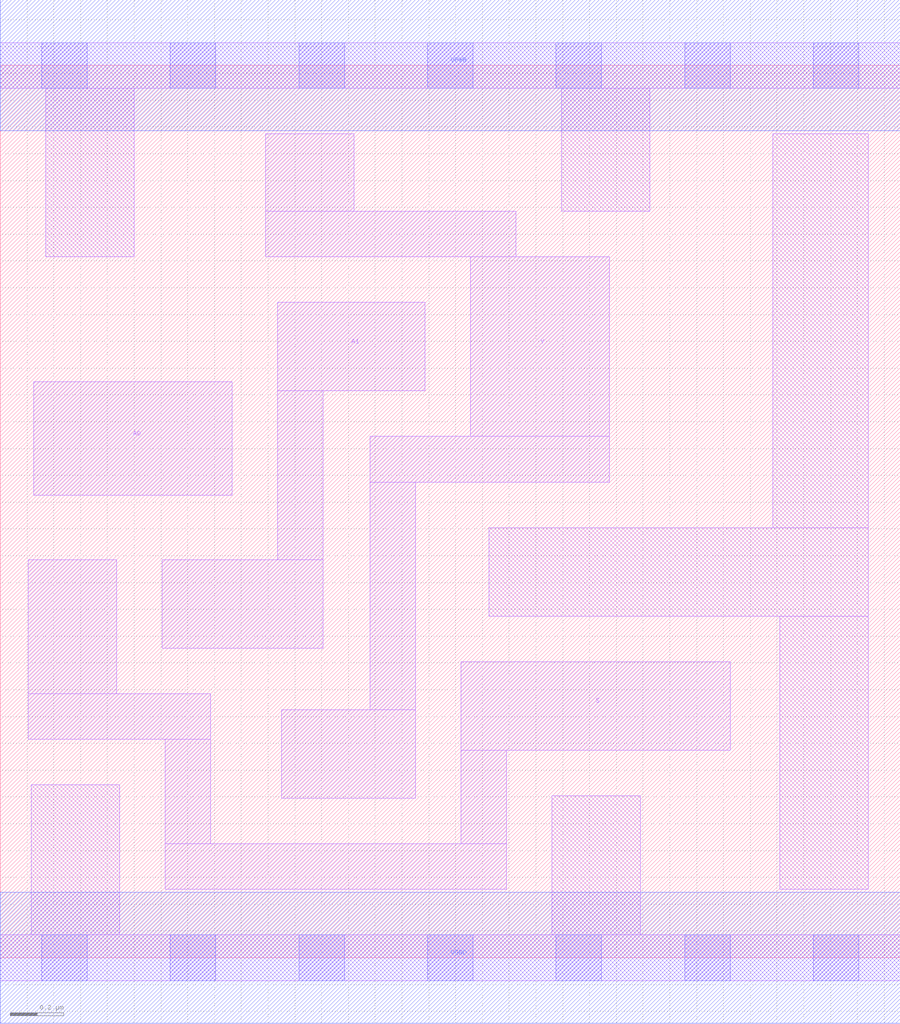
<source format=lef>
# Copyright 2020 The SkyWater PDK Authors
#
# Licensed under the Apache License, Version 2.0 (the "License");
# you may not use this file except in compliance with the License.
# You may obtain a copy of the License at
#
#     https://www.apache.org/licenses/LICENSE-2.0
#
# Unless required by applicable law or agreed to in writing, software
# distributed under the License is distributed on an "AS IS" BASIS,
# WITHOUT WARRANTIES OR CONDITIONS OF ANY KIND, either express or implied.
# See the License for the specific language governing permissions and
# limitations under the License.
#
# SPDX-License-Identifier: Apache-2.0

VERSION 5.7 ;
  NAMESCASESENSITIVE ON ;
  NOWIREEXTENSIONATPIN ON ;
  DIVIDERCHAR "/" ;
  BUSBITCHARS "[]" ;
UNITS
  DATABASE MICRONS 200 ;
END UNITS
MACRO sky130_fd_sc_lp__mux2i_lp
  CLASS CORE ;
  SOURCE USER ;
  FOREIGN sky130_fd_sc_lp__mux2i_lp ;
  ORIGIN  0.000000  0.000000 ;
  SIZE  3.360000 BY  3.330000 ;
  SYMMETRY X Y R90 ;
  SITE unit ;
  PIN A0
    ANTENNAGATEAREA  0.126000 ;
    DIRECTION INPUT ;
    USE SIGNAL ;
    PORT
      LAYER li1 ;
        RECT 0.125000 1.725000 0.865000 2.150000 ;
    END
  END A0
  PIN A1
    ANTENNAGATEAREA  0.126000 ;
    DIRECTION INPUT ;
    USE SIGNAL ;
    PORT
      LAYER li1 ;
        RECT 0.605000 1.155000 1.205000 1.485000 ;
        RECT 1.035000 1.485000 1.205000 2.115000 ;
        RECT 1.035000 2.115000 1.585000 2.445000 ;
    END
  END A1
  PIN S
    ANTENNAGATEAREA  0.378000 ;
    DIRECTION INPUT ;
    USE SIGNAL ;
    PORT
      LAYER li1 ;
        RECT 0.105000 0.815000 0.785000 0.985000 ;
        RECT 0.105000 0.985000 0.435000 1.485000 ;
        RECT 0.615000 0.255000 1.890000 0.425000 ;
        RECT 0.615000 0.425000 0.785000 0.815000 ;
        RECT 1.720000 0.425000 1.890000 0.775000 ;
        RECT 1.720000 0.775000 2.725000 1.105000 ;
    END
  END S
  PIN Y
    ANTENNADIFFAREA  0.401400 ;
    DIRECTION OUTPUT ;
    USE SIGNAL ;
    PORT
      LAYER li1 ;
        RECT 0.990000 2.615000 1.925000 2.785000 ;
        RECT 0.990000 2.785000 1.320000 3.075000 ;
        RECT 1.050000 0.595000 1.550000 0.925000 ;
        RECT 1.380000 0.925000 1.550000 1.775000 ;
        RECT 1.380000 1.775000 2.275000 1.945000 ;
        RECT 1.755000 1.945000 2.275000 2.615000 ;
    END
  END Y
  PIN VGND
    DIRECTION INOUT ;
    USE GROUND ;
    PORT
      LAYER met1 ;
        RECT 0.000000 -0.245000 3.360000 0.245000 ;
    END
  END VGND
  PIN VPWR
    DIRECTION INOUT ;
    USE POWER ;
    PORT
      LAYER met1 ;
        RECT 0.000000 3.085000 3.360000 3.575000 ;
    END
  END VPWR
  OBS
    LAYER li1 ;
      RECT 0.000000 -0.085000 3.360000 0.085000 ;
      RECT 0.000000  3.245000 3.360000 3.415000 ;
      RECT 0.115000  0.085000 0.445000 0.645000 ;
      RECT 0.170000  2.615000 0.500000 3.245000 ;
      RECT 1.825000  1.275000 3.240000 1.605000 ;
      RECT 2.060000  0.085000 2.390000 0.605000 ;
      RECT 2.095000  2.785000 2.425000 3.245000 ;
      RECT 2.885000  1.605000 3.240000 3.075000 ;
      RECT 2.910000  0.255000 3.240000 1.275000 ;
    LAYER mcon ;
      RECT 0.155000 -0.085000 0.325000 0.085000 ;
      RECT 0.155000  3.245000 0.325000 3.415000 ;
      RECT 0.635000 -0.085000 0.805000 0.085000 ;
      RECT 0.635000  3.245000 0.805000 3.415000 ;
      RECT 1.115000 -0.085000 1.285000 0.085000 ;
      RECT 1.115000  3.245000 1.285000 3.415000 ;
      RECT 1.595000 -0.085000 1.765000 0.085000 ;
      RECT 1.595000  3.245000 1.765000 3.415000 ;
      RECT 2.075000 -0.085000 2.245000 0.085000 ;
      RECT 2.075000  3.245000 2.245000 3.415000 ;
      RECT 2.555000 -0.085000 2.725000 0.085000 ;
      RECT 2.555000  3.245000 2.725000 3.415000 ;
      RECT 3.035000 -0.085000 3.205000 0.085000 ;
      RECT 3.035000  3.245000 3.205000 3.415000 ;
  END
END sky130_fd_sc_lp__mux2i_lp
END LIBRARY

</source>
